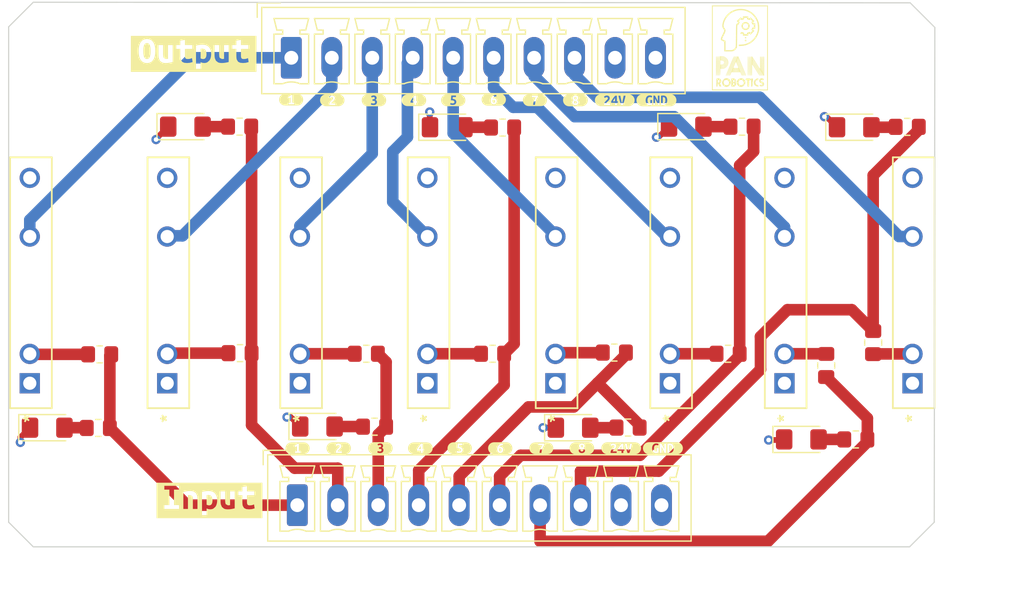
<source format=kicad_pcb>
(kicad_pcb (version 20240108) (generator "pcbnew") (generator_version "8.0")
  (title_block (title "8 Way Relay Board") (date "2024-07-23") (rev "V1") (company "Pan Robotics"))
  (layers (0 "F.Cu" signal) (1 "In1.Cu" power "GND.Cu") (2 "In2.Cu" power "24V.Cu") (31 "B.Cu" signal) (34 "B.Paste" user) (35 "F.Paste" user) (36 "B.SilkS" user "B.Silkscreen") (37 "F.SilkS" user "F.Silkscreen") (38 "B.Mask" user) (39 "F.Mask" user) (44 "Edge.Cuts" user))
  (net 0 "")
  (net 1 "+24V")
  (net 2 "GND")
  (net 3 "Net-(K1-Pad2)")
  (net 4 "Net-(K2-Pad2)")
  (net 5 "Net-(K3-Pad2)")
  (net 6 "Net-(K4-Pad2)")
  (net 7 "Net-(K5-Pad2)")
  (net 8 "Net-(K6-Pad2)")
  (net 9 "Net-(K7-Pad2)")
  (net 10 "Net-(D1-A)")
  (net 11 "Net-(D2-A)")
  (net 12 "Net-(D3-A)")
  (net 13 "Net-(D4-A)")
  (net 14 "Net-(D5-A)")
  (net 15 "Net-(D6-A)")
  (net 16 "Net-(D7-A)")
  (net 17 "Net-(D8-A)")
  (net 18 "In1")
  (net 19 "In2")
  (net 20 "In3")
  (net 21 "In4")
  (net 22 "In5")
  (net 23 "In6")
  (net 24 "In7")
  (net 25 "In8")
  (net 26 "Out1")
  (net 27 "Out2")
  (net 28 "Out3")
  (net 29 "Out4")
  (net 30 "Out5")
  (net 31 "Out6")
  (net 32 "Out7")
  (net 33 "Out8")
  (net 34 "Net-(K8-Pad2)")
  (footprint "kibuzzard-66A00A30" (layer "F.Cu") (at 109.982 86.4616)
    (property "Reference" "kibuzzard-66A00A30" (hide yes))
    (property "Value" "G***" (hide yes))
  )
  (footprint "kibuzzard-66A00A0B" (layer "F.Cu") (at 92.456 86.4616)
    (property "Reference" "kibuzzard-66A00A0B" (hide yes))
    (property "Value" "G***" (hide yes))
  )
  (footprint "kibuzzard-66A00A29" (layer "F.Cu") (at 105.8672 56.2864)
    (property "Reference" "kibuzzard-66A00A29" (hide yes))
    (property "Value" "G***" (hide yes))
  )
  (footprint "kibuzzard-66A00A22" (layer "F.Cu") (at 102.9208 86.4616)
    (property "Reference" "kibuzzard-66A00A22" (hide yes))
    (property "Value" "G***" (hide yes))
  )
  (footprint "kibuzzard-66A00A45" (layer "F.Cu") (at 112.9284 56.3372)
    (property "Reference" "kibuzzard-66A00A45" (hide yes))
    (property "Value" "G***" (hide yes))
  )
  (footprint "Resistor_SMD:R_0805_2012Metric_Pad1.20x1.40mm_HandSolder" (layer "F.Cu") (at 138.684 77.3176 -90)
    (property "Reference" "R8" (hide yes))
    (property "Value" "1K" (hide yes))
    (pad "1" smd roundrect (at -1 0 270) (size 1.2 1.4) (layers "F.Cu" "F.Paste" "F.Mask") (roundrect_rratio 0.208333) (net 25 "In8"))
    (pad "2" smd roundrect (at 1 0 270) (size 1.2 1.4) (layers "F.Cu" "F.Paste" "F.Mask") (roundrect_rratio 0.208333) (net 34 "Net-(K8-Pad2)"))
  )
  (footprint "Pan Logos:Pan-Robotics2-Logo3" (layer "F.Cu") (at 127.1524 51.816)
    (property "Reference" "G***" (hide yes))
    (property "Value" "LOGO" (hide yes))
  )
  (footprint "Resistor_SMD:R_0805_2012Metric_Pad1.20x1.40mm_HandSolder" (layer "F.Cu") (at 83.8868 58.6232 180)
    (property "Reference" "R10" (hide yes))
    (property "Value" "1K" (hide yes))
    (pad "1" smd roundrect (at -1 0 180) (size 1.2 1.4) (layers "F.Cu" "F.Paste" "F.Mask") (roundrect_rratio 0.208333) (net 19 "In2"))
    (pad "2" smd roundrect (at 1 0 180) (size 1.2 1.4) (layers "F.Cu" "F.Paste" "F.Mask") (roundrect_rratio 0.208333) (net 11 "Net-(D2-A)"))
  )
  (footprint "Connector_Phoenix_MC:PhoenixContact_MCV_1,5_10-G-3.5_1x10_P3.50mm_Vertical" (layer "F.Cu") (at 88.3567 52.6617)
    (property "Reference" "J2" (hide yes))
    (property "Value" "Output" (hide yes))
    (pad "1" thru_hole roundrect (at 0 0) (size 1.8 3.6) (drill 1.2) (layers "*.Cu" "*.Mask") (roundrect_rratio 0.138889) (net 26 "Out1"))
    (pad "2" thru_hole oval (at 3.5 0) (size 1.8 3.6) (drill 1.2) (layers "*.Cu" "*.Mask") (net 27 "Out2"))
    (pad "3" thru_hole oval (at 7 0) (size 1.8 3.6) (drill 1.2) (layers "*.Cu" "*.Mask") (net 28 "Out3"))
    (pad "4" thru_hole oval (at 10.5 0) (size 1.8 3.6) (drill 1.2) (layers "*.Cu" "*.Mask") (net 29 "Out4"))
    (pad "5" thru_hole oval (at 14 0) (size 1.8 3.6) (drill 1.2) (layers "*.Cu" "*.Mask") (net 30 "Out5"))
    (pad "6" thru_hole oval (at 17.5 0) (size 1.8 3.6) (drill 1.2) (layers "*.Cu" "*.Mask") (net 31 "Out6"))
    (pad "7" thru_hole oval (at 21 0) (size 1.8 3.6) (drill 1.2) (layers "*.Cu" "*.Mask") (net 32 "Out7"))
    (pad "8" thru_hole oval (at 24.5 0) (size 1.8 3.6) (drill 1.2) (layers "*.Cu" "*.Mask") (net 33 "Out8"))
    (pad "9" thru_hole oval (at 28 0) (size 1.8 3.6) (drill 1.2) (layers "*.Cu" "*.Mask") (net 1 "+24V"))
    (pad "10" thru_hole oval (at 31.5 0) (size 1.8 3.6) (drill 1.2) (layers "*.Cu" "*.Mask") (net 2 "GND"))
  )
  (footprint "kibuzzard-66A00A29" (layer "F.Cu") (at 106.426 86.4616)
    (property "Reference" "kibuzzard-66A00A29" (hide yes))
    (property "Value" "G***" (hide yes))
  )
  (footprint "kibuzzard-66A009AB" (layer "F.Cu") (at 88.9 86.4616)
    (property "Reference" "kibuzzard-66A009AB" (hide yes))
    (property "Value" "G***" (hide yes))
  )
  (footprint "LED_SMD:LED_1206_3216Metric_Pad1.42x1.75mm_HandSolder" (layer "F.Cu") (at 137.0441 58.674)
    (property "Reference" "D8" (hide yes))
    (property "Value" "LED" (hide yes))
    (pad "1" smd roundrect (at -1.4875 0) (size 1.425 1.75) (layers "F.Cu" "F.Paste" "F.Mask") (roundrect_rratio 0.175439) (net 2 "GND"))
    (pad "2" smd roundrect (at 1.4875 0) (size 1.425 1.75) (layers "F.Cu" "F.Paste" "F.Mask") (roundrect_rratio 0.175439) (net 17 "Net-(D8-A)"))
  )
  (footprint "MountingHole:MountingHole_3.2mm_M3" (layer "F.Cu") (at 140.5636 51.3588)
    (property "Reference" "H2" (hide yes))
    (property "Value" "MountingHole" (hide yes))
    (pad "" np_thru_hole circle (at 0 0) (size 3.2 3.2) (drill 3.2) (layers "*.Cu" "*.Mask"))
  )
  (footprint "Resistor_SMD:R_0805_2012Metric_Pad1.20x1.40mm_HandSolder" (layer "F.Cu") (at 105.7656 78.2828 180)
    (property "Reference" "R4" (hide yes))
    (property "Value" "1K" (hide yes))
    (pad "1" smd roundrect (at -1 0 180) (size 1.2 1.4) (layers "F.Cu" "F.Paste" "F.Mask") (roundrect_rratio 0.2083333333) (net 21 "In4"))
    (pad "2" smd roundrect (at 1 0 180) (size 1.2 1.4) (layers "F.Cu" "F.Paste" "F.Mask") (roundrect_rratio 0.2083333333) (net 6 "Net-(K4-Pad2)"))
  )
  (footprint "LED_SMD:LED_1206_3216Metric_Pad1.42x1.75mm_HandSolder" (layer "F.Cu") (at 79.1972 58.6232)
    (property "Reference" "D2" (hide yes))
    (property "Value" "LED" (hide yes))
    (pad "1" smd roundrect (at -1.4875 0) (size 1.425 1.75) (layers "F.Cu" "F.Paste" "F.Mask") (roundrect_rratio 0.175439) (net 2 "GND"))
    (pad "2" smd roundrect (at 1.4875 0) (size 1.425 1.75) (layers "F.Cu" "F.Paste" "F.Mask") (roundrect_rratio 0.175439) (net 11 "Net-(D2-A)"))
  )
  (footprint "LED_SMD:LED_1206_3216Metric_Pad1.42x1.75mm_HandSolder" (layer "F.Cu") (at 132.4721 85.6996)
    (property "Reference" "D7" (hide yes))
    (property "Value" "LED" (hide yes))
    (pad "1" smd roundrect (at -1.4875 0) (size 1.425 1.75) (layers "F.Cu" "F.Paste" "F.Mask") (roundrect_rratio 0.175439) (net 2 "GND"))
    (pad "2" smd roundrect (at 1.4875 0) (size 1.425 1.75) (layers "F.Cu" "F.Paste" "F.Mask") (roundrect_rratio 0.175439) (net 16 "Net-(D7-A)"))
  )
  (footprint "kibuzzard-66A00A61" (layer "F.Cu") (at 120.4976 86.4616)
    (property "Reference" "kibuzzard-66A00A61" (hide yes))
    (property "Value" "G***" (hide yes))
  )
  (footprint "Resistor_SMD:R_0805_2012Metric_Pad1.20x1.40mm_HandSolder" (layer "F.Cu") (at 94.8436 78.2828 180)
    (property "Reference" "R3" (hide yes))
    (property "Value" "1K" (hide yes))
    (pad "1" smd roundrect (at -1 0 180) (size 1.2 1.4) (layers "F.Cu" "F.Paste" "F.Mask") (roundrect_rratio 0.2083333333) (net 20 "In3"))
    (pad "2" smd roundrect (at 1 0 180) (size 1.2 1.4) (layers "F.Cu" "F.Paste" "F.Mask") (roundrect_rratio 0.2083333333) (net 5 "Net-(K3-Pad2)"))
  )
  (footprint "Resistor_SMD:R_0805_2012Metric_Pad1.20x1.40mm_HandSolder" (layer "F.Cu") (at 95.5565 84.5956 180)
    (property "Reference" "R11" (hide yes))
    (property "Value" "1K" (hide yes))
    (pad "1" smd roundrect (at -1 0 180) (size 1.2 1.4) (layers "F.Cu" "F.Paste" "F.Mask") (roundrect_rratio 0.208333) (net 20 "In3"))
    (pad "2" smd roundrect (at 1 0 180) (size 1.2 1.4) (layers "F.Cu" "F.Paste" "F.Mask") (roundrect_rratio 0.208333) (net 12 "Net-(D3-A)"))
  )
  (footprint "MountingHole:MountingHole_3.2mm_M3" (layer "F.Cu") (at 140.5128 91.4908)
    (property "Reference" "H4" (hide yes))
    (property "Value" "MountingHole" (hide yes))
    (pad "" np_thru_hole circle (at 0 0) (size 3.2 3.2) (drill 3.2) (layers "*.Cu" "*.Mask"))
  )
  (footprint "CPC1706Y:CPC1706Y_IXY" (layer "F.Cu") (at 131.0132 80.8355 90)
    (property "Reference" "K7" (hide yes))
    (property "Value" "CPC1706Y" (hide yes))
    (fp_text user "*" (at -3.048 0 90) (layer "F.SilkS"))
    (fp_text user "*" (at -3.048 0 90) (layer "F.SilkS"))
    (pad "1" thru_hole rect (at 0 0 90) (size 1.7526 1.7526) (drill 1.143) (layers "*.Cu" "*.Mask") (net 2 "GND"))
    (pad "2" thru_hole circle (at 2.54 0 90) (size 1.7526 1.7526) (drill 1.143) (layers "*.Cu" "*.Mask") (net 9 "Net-(K7-Pad2)"))
    (pad "3" thru_hole circle (at 12.7 0 90) (size 1.7526 1.7526) (drill 1.143) (layers "*.Cu" "*.Mask") (net 32 "Out7"))
    (pad "4" thru_hole circle (at 17.78 0 90) (size 1.7526 1.7526) (drill 1.143) (layers "*.Cu" "*.Mask") (net 1 "+24V"))
  )
  (footprint "kibuzzard-66A00A6B" (layer "F.Cu") (at 116.8908 86.4616)
    (property "Reference" "kibuzzard-66A00A6B" (hide yes))
    (property "Value" "G***" (hide yes))
  )
  (footprint "Resistor_SMD:R_0805_2012Metric_Pad1.20x1.40mm_HandSolder" (layer "F.Cu") (at 71.6628 84.7072 180)
    (property "Reference" "R9" (hide yes))
    (property "Value" "1K" (hide yes))
    (pad "1" smd roundrect (at -1 0 180) (size 1.2 1.4) (layers "F.Cu" "F.Paste" "F.Mask") (roundrect_rratio 0.208333) (net 18 "In1"))
    (pad "2" smd roundrect (at 1 0 180) (size 1.2 1.4) (layers "F.Cu" "F.Paste" "F.Mask") (roundrect_rratio 0.208333) (net 10 "Net-(D1-A)"))
  )
  (footprint "kibuzzard-66A00A45" (layer "F.Cu") (at 113.4872 86.4616)
    (property "Reference" "kibuzzard-66A00A45" (hide yes))
    (property "Value" "G***" (hide yes))
  )
  (footprint "Resistor_SMD:R_0805_2012Metric_Pad1.20x1.40mm_HandSolder" (layer "F.Cu") (at 117.4844 84.6736 180)
    (property "Reference" "R13" (hide yes))
    (property "Value" "1K" (hide yes))
    (pad "1" smd roundrect (at -1 0 180) (size 1.2 1.4) (layers "F.Cu" "F.Paste" "F.Mask") (roundrect_rratio 0.208333) (net 22 "In5"))
    (pad "2" smd roundrect (at 1 0 180) (size 1.2 1.4) (layers "F.Cu" "F.Paste" "F.Mask") (roundrect_rratio 0.208333) (net 14 "Net-(D5-A)"))
  )
  (footprint "Resistor_SMD:R_0805_2012Metric_Pad1.20x1.40mm_HandSolder" (layer "F.Cu") (at 116.2972 78.1812 180)
    (property "Reference" "R5" (hide yes))
    (property "Value" "1K" (hide yes))
    (pad "1" smd roundrect (at -1 0 180) (size 1.2 1.4) (layers "F.Cu" "F.Paste" "F.Mask") (roundrect_rratio 0.2083333333) (net 22 "In5"))
    (pad "2" smd roundrect (at 1 0 180) (size 1.2 1.4) (layers "F.Cu" "F.Paste" "F.Mask") (roundrect_rratio 0.2083333333) (net 7 "Net-(K5-Pad2)"))
  )
  (footprint "kibuzzard-66A00A30" (layer "F.Cu") (at 109.4232 56.3372)
    (property "Reference" "kibuzzard-66A00A30" (hide yes))
    (property "Value" "G***" (hide yes))
  )
  (footprint "kibuzzard-66A00A0B" (layer "F.Cu") (at 91.8972 56.3372)
    (property "Reference" "kibuzzard-66A00A0B" (hide yes))
    (property "Value" "G***" (hide yes))
  )
  (footprint "kibuzzard-66A00A61" (layer "F.Cu") (at 119.9388 56.3372)
    (property "Reference" "kibuzzard-66A00A61" (hide yes))
    (property "Value" "G***" (hide yes))
  )
  (footprint "kibuzzard-66A00A1A" (layer "F.Cu") (at 99.5172 86.4616)
    (property "Reference" "kibuzzard-66A00A1A" (hide yes))
    (property "Value" "G***" (hide yes))
  )
  (footprint "LED_SMD:LED_1206_3216Metric_Pad1.42x1.75mm_HandSolder" (layer "F.Cu") (at 122.5153 58.6232)
    (property "Reference" "D6" (hide yes))
    (property "Value" "LED" (hide yes))
    (pad "1" smd roundrect (at -1.4875 0) (size 1.425 1.75) (layers "F.Cu" "F.Paste" "F.Mask") (roundrect_rratio 0.175439) (net 2 "GND"))
    (pad "2" smd roundrect (at 1.4875 0) (size 1.425 1.75) (layers "F.Cu" "F.Paste" "F.Mask") (roundrect_rratio 0.175439) (net 15 "Net-(D6-A)"))
  )
  (footprint "LED_SMD:LED_1206_3216Metric_Pad1.42x1.75mm_HandSolder" (layer "F.Cu") (at 112.7252 84.6836)
    (property "Reference" "D5" (hide yes))
    (property "Value" "LED" (hide yes))
    (pad "1" smd roundrect (at -1.4875 0) (size 1.425 1.75) (layers "F.Cu" "F.Paste" "F.Mask") (roundrect_rratio 0.175439) (net 2 "GND"))
    (pad "2" smd roundrect (at 1.4875 0) (size 1.425 1.75) (layers "F.Cu" "F.Paste" "F.Mask") (roundrect_rratio 0.175439) (net 14 "Net-(D5-A)"))
  )
  (footprint "Resistor_SMD:R_0805_2012Metric_Pad1.20x1.40mm_HandSolder" (layer "F.Cu") (at 127.3413 58.6268 180)
    (property "Reference" "R14" (hide yes))
    (property "Value" "1K" (hide yes))
    (pad "1" smd roundrect (at -1 0 180) (size 1.2 1.4) (layers "F.Cu" "F.Paste" "F.Mask") (roundrect_rratio 0.208333) (net 23 "In6"))
    (pad "2" smd roundrect (at 1 0 180) (size 1.2 1.4) (layers "F.Cu" "F.Paste" "F.Mask") (roundrect_rratio 0.208333) (net 15 "Net-(D6-A)"))
  )
  (footprint "CPC1706Y:CPC1706Y_IXY" (layer "F.Cu") (at 142.0876 80.8355 90)
    (property "Reference" "K8" (hide yes))
    (property "Value" "CPC1706Y" (hide yes))
    (fp_text user "*" (at -3.048 0 90) (layer "F.SilkS"))
    (fp_text user "*" (at -3.048 0 90) (layer "F.SilkS"))
    (pad "1" thru_hole rect (at 0 0 90) (size 1.7526 1.7526) (drill 1.143) (layers "*.Cu" "*.Mask") (net 2 "GND"))
    (pad "2" thru_hole circle (at 2.54 0 90) (size 1.7526 1.7526) (drill 1.143) (layers "*.Cu" "*.Mask") (net 34 "Net-(K8-Pad2)"))
    (pad "3" thru_hole circle (at 12.7 0 90) (size 1.7526 1.7526) (drill 1.143) (layers "*.Cu" "*.Mask") (net 33 "Out8"))
    (pad "4" thru_hole circle (at 17.78 0 90) (size 1.7526 1.7526) (drill 1.143) (layers "*.Cu" "*.Mask") (net 1 "+24V"))
  )
  (footprint "CPC1706Y:CPC1706Y_IXY" (layer "F.Cu") (at 77.6224 80.8355 90)
    (property "Reference" "K2" (hide yes))
    (property "Value" "CPC1706Y" (hide yes))
    (fp_text user "*" (at -3.048 0 90) (layer "F.SilkS"))
    (fp_text user "*" (at -3.048 0 90) (layer "F.SilkS"))
    (pad "1" thru_hole rect (at 0 0 90) (size 1.7526 1.7526) (drill 1.143) (layers "*.Cu" "*.Mask") (net 2 "GND"))
    (pad "2" thru_hole circle (at 2.54 0 90) (size 1.7526 1.7526) (drill 1.143) (layers "*.Cu" "*.Mask") (net 4 "Net-(K2-Pad2)"))
    (pad "3" thru_hole circle (at 12.7 0 90) (size 1.7526 1.7526) (drill 1.143) (layers "*.Cu" "*.Mask") (net 27 "Out2"))
    (pad "4" thru_hole circle (at 17.78 0 90) (size 1.7526 1.7526) (drill 1.143) (layers "*.Cu" "*.Mask") (net 1 "+24V"))
  )
  (footprint "kibuzzard-66A00A14" (layer "F.Cu") (at 95.504 56.3372)
    (property "Reference" "kibuzzard-66A00A14" (hide yes))
    (property "Value" "G***" (hide yes))
  )
  (footprint "LED_SMD:LED_1206_3216Metric_Pad1.42x1.75mm_HandSolder" (layer "F.Cu") (at 90.6129 84.582)
    (property "Reference" "D3" (hide yes))
    (property "Value" "LED" (hide yes))
    (pad "1" smd roundrect (at -1.4875 0) (size 1.425 1.75) (layers "F.Cu" "F.Paste" "F.Mask") (roundrect_rratio 0.175439) (net 2 "GND"))
    (pad "2" smd roundrect (at 1.4875 0) (size 1.425 1.75) (layers "F.Cu" "F.Paste" "F.Mask") (roundrect_rratio 0.175439) (net 12 "Net-(D3-A)"))
  )
  (footprint "Resistor_SMD:R_0805_2012Metric_Pad1.20x1.40mm_HandSolder" (layer "F.Cu") (at 126.1364 78.2828 180)
    (property "Reference" "R6" (hide yes))
    (property "Value" "1K" (hide yes))
    (pad "1" smd roundrect (at -1 0 180) (size 1.2 1.4) (layers "F.Cu" "F.Paste" "F.Mask") (roundrect_rratio 0.2083333333) (net 23 "In6"))
    (pad "2" smd roundrect (at 1 0 180) (size 1.2 1.4) (layers "F.Cu" "F.Paste" "F.Mask") (roundrect_rratio 0.2083333333) (net 8 "Net-(K6-Pad2)"))
  )
  (footprint "Resistor_SMD:R_0805_2012Metric_Pad1.20x1.40mm_HandSolder" (layer "F.Cu") (at 141.6304 58.6404 180)
    (property "Reference" "R16" (hide yes))
    (property "Value" "1K" (hide yes))
    (pad "1" smd roundrect (at -1 0 180) (size 1.2 1.4) (layers "F.Cu" "F.Paste" "F.Mask") (roundrect_rratio 0.208333) (net 25 "In8"))
    (pad "2" smd roundrect (at 1 0 180) (size 1.2 1.4) (layers "F.Cu" "F.Paste" "F.Mask") (roundrect_rratio 0.208333) (net 17 "Net-(D8-A)"))
  )
  (footprint "CPC1706Y:CPC1706Y_IXY" (layer "F.Cu") (at 121.1072 80.8355 90)
    (property "Reference" "K6" (hide yes))
    (property "Value" "CPC1706Y" (hide yes))
    (fp_text user "*" (at -3.048 0 90) (layer "F.SilkS"))
    (fp_text user "*" (at -3.048 0 90) (layer "F.SilkS"))
    (pad "1" thru_hole rect (at 0 0 90) (size 1.7526 1.7526) (drill 1.143) (layers "*.Cu" "*.Mask") (net 2 "GND"))
    (pad "2" thru_hole circle (at 2.54 0 90) (size 1.7526 1.7526) (drill 1.143) (layers "*.Cu" "*.Mask") (net 8 "Net-(K6-Pad2)"))
    (pad "3" thru_hole circle (at 12.7 0 90) (size 1.7526 1.7526) (drill 1.143) (layers "*.Cu" "*.Mask") (net 31 "Out6"))
    (pad "4" thru_hole circle (at 17.78 0 90) (size 1.7526 1.7526) (drill 1.143) (layers "*.Cu" "*.Mask") (net 1 "+24V"))
  )
  (footprint "kibuzzard-66A00AFA" (layer "F.Cu") (at 79.9084 52.324)
    (property "Reference" "kibuzzard-66A00AFA" (hide yes))
    (property "Value" "G***" (hide yes))
  )
  (footprint "Connector_Phoenix_MC:PhoenixContact_MCV_1,5_10-G-3.5_1x10_P3.50mm_Vertical" (layer "F.Cu") (at 88.8752 91.3892)
    (property "Reference" "J1" (hide yes))
    (property "Value" "Input" (hide yes))
    (pad "1" thru_hole roundrect (at 0 0) (size 1.8 3.6) (drill 1.2) (layers "*.Cu" "*.Mask") (roundrect_rratio 0.138889) (net 18 "In1"))
    (pad "2" thru_hole oval (at 3.5 0) (size 1.8 3.6) (drill 1.2) (layers "*.Cu" "*.Mask") (net 19 "In2"))
    (pad "3" thru_hole oval (at 7 0) (size 1.8 3.6) (drill 1.2) (layers "*.Cu" "*.Mask") (net 20 "In3"))
    (pad "4" thru_hole oval (at 10.5 0) (size 1.8 3.6) (drill 1.2) (layers "*.Cu" "*.Mask") (net 21 "In4"))
    (pad "5" thru_hole oval (at 14 0) (size 1.8 3.6) (drill 1.2) (layers "*.Cu" "*.Mask") (net 22 "In5"))
    (pad "6" thru_hole oval (at 17.5 0) (size 1.8 3.6) (drill 1.2) (layers "*.Cu" "*.Mask") (net 23 "In6"))
    (pad "7" thru_hole oval (at 21 0) (size 1.8 3.6) (drill 1.2) (layers "*.Cu" "*.Mask") (net 24 "In7"))
    (pad "8" thru_hole oval (at 24.5 0) (size 1.8 3.6) (drill 1.2) (layers "*.Cu" "*.Mask") (net 25 "In8"))
    (pad "9" thru_hole oval (at 28 0) (size 1.8 3.6) (drill 1.2) (layers "*.Cu" "*.Mask") (net 1 "+24V"))
    (pad "10" thru_hole oval (at 31.5 0) (size 1.8 3.6) (drill 1.2) (layers "*.Cu" "*.Mask") (net 2 "GND"))
  )
  (footprint "CPC1706Y:CPC1706Y_IXY" (layer "F.Cu") (at 65.7352 80.8355 90)
    (property "Reference" "K1" (hide yes))
    (property "Value" "CPC1706Y" (hide yes))
    (fp_text user "*" (at -3.048 0 90) (layer "F.SilkS"))
    (fp_text user "*" (at -3.048 0 90) (layer "F.SilkS"))
    (pad "1" thru_hole rect (at 0 0 90) (size 1.7526 1.7526) (drill 1.143) (layers "*.Cu" "*.Mask") (net 2 "GND"))
    (pad "2" thru_hole circle (at 2.54 0 90) (size 1.7526 1.7526) (drill 1.143) (layers "*.Cu" "*.Mask") (net 3 "Net-(K1-Pad2)"))
    (pad "3" thru_hole circle (at 12.7 0 90) (size 1.7526 1.7526) (drill 1.143) (layers "*.Cu" "*.Mask") (net 26 "Out1"))
    (pad "4" thru_hole circle (at 17.78 0 90) (size 1.7526 1.7526) (drill 1.143) (layers "*.Cu" "*.Mask") (net 1 "+24V"))
  )
  (footprint "Resistor_SMD:R_0805_2012Metric_Pad1.20x1.40mm_HandSolder" (layer "F.Cu") (at 71.7804 78.3336 180)
    (property "Reference" "R1" (hide yes))
    (property "Value" "1K" (hide yes))
    (pad "1" smd roundrect (at -1 0 180) (size 1.2 1.4) (layers "F.Cu" "F.Paste" "F.Mask") (roundrect_rratio 0.2083333333) (net 18 "In1"))
    (pad "2" smd roundrect (at 1 0 180) (size 1.2 1.4) (layers "F.Cu" "F.Paste" "F.Mask") (roundrect_rratio 0.2083333333) (net 3 "Net-(K1-Pad2)"))
  )
  (footprint "kibuzzard-66A00A1A" (layer "F.Cu") (at 98.9584 56.3372)
    (property "Reference" "kibuzzard-66A00A1A" (hide yes))
    (property "Value" "G***" (hide yes))
  )
  (footprint "LED_SMD:LED_1206_3216Metric_Pad1.42x1.75mm_HandSolder" (layer "F.Cu") (at 101.8397 58.674)
    (property "Reference" "D4" (hide yes))
    (property "Value" "LED" (hide yes))
    (pad "1" smd roundrect (at -1.4875 0) (size 1.425 1.75) (layers "F.Cu" "F.Paste" "F.Mask") (roundrect_rratio 0.175439) (net 2 "GND"))
    (pad "2" smd roundrect (at 1.4875 0) (size 1.425 1.75) (layers "F.Cu" "F.Paste" "F.Mask") (roundrect_rratio 0.175439) (net 13 "Net-(D4-A)"))
  )
  (footprint "CPC1706Y:CPC1706Y_IXY" (layer "F.Cu") (at 89.1032 80.8355 90)
    (property "Reference" "K3" (hide yes))
    (property "Value" "CPC1706Y" (hide yes))
    (fp_text user "*" (at -3.048 0 90) (layer "F.SilkS"))
    (fp_text user "*" (at -3.048 0 90) (layer "F.SilkS"))
    (pad "1" thru_hole rect (at 0 0 90) (size 1.7526 1.7526) (drill 1.143) (layers "*.Cu" "*.Mask") (net 2 "GND"))
    (pad "2" thru_hole circle (at 2.54 0 90) (size 1.7526 1.7526) (drill 1.143) (layers "*.Cu" "*.Mask") (net 5 "Net-(K3-Pad2)"))
    (pad "3" thru_hole circle (at 12.7 0 90) (size 1.7526 1.7526) (drill 1.143) (layers "*.Cu" "*.Mask") (net 28 "Out3"))
    (pad "4" thru_hole circle (at 17.78 0 90) (size 1.7526 1.7526) (drill 1.143) (layers "*.Cu" "*.Mask") (net 1 "+24V"))
  )
  (footprint "kibuzzard-66A00A22" (layer "F.Cu") (at 102.362 56.3372)
    (property "Reference" "kibuzzard-66A00A22" (hide yes))
    (property "Value" "G***" (hide yes))
  )
  (footprint "MountingHole:MountingHole_3.2mm_M3" (layer "F.Cu") (at 67.4116 51.3588)
    (property "Reference" "H1" (hide yes))
    (property "Value" "MountingHole" (hide yes))
    (pad "" np_thru_hole circle (at 0 0) (size 3.2 3.2) (drill 3.2) (layers "*.Cu" "*.Mask"))
  )
  (footprint "MountingHole:MountingHole_3.2mm_M3" (layer "F.Cu") (at 67.3608 91.4908)
    (property "Reference" "H3" (hide yes))
    (property "Value" "MountingHole" (hide yes))
    (pad "" np_thru_hole circle (at 0 0) (size 3.2 3.2) (drill 3.2) (layers "*.Cu" "*.Mask"))
  )
  (footprint "kibuzzard-66A00B14" (layer "F.Cu") (at 81.28 90.9828)
    (property "Reference" "kibuzzard-66A00B14" (hide yes))
    (property "Value" "G***" (hide yes))
  )
  (footprint "CPC1706Y:CPC1706Y_IXY" (layer "F.Cu") (at 100.1268 80.8355 90)
    (property "Reference" "K4" (hide yes))
    (property "Value" "CPC1706Y" (hide yes))
    (fp_text user "*" (at -3.048 0 90) (layer "F.SilkS"))
    (fp_text user "*" (at -3.048 0 90) (layer "F.SilkS"))
    (pad "1" thru_hole rect (at 0 0 90) (size 1.7526 1.7526) (drill 1.143) (layers "*.Cu" "*.Mask") (net 2 "GND"))
    (pad "2" thru_hole circle (at 2.54 0 90) (size 1.7526 1.7526) (drill 1.143) (layers "*.Cu" "*.Mask") (net 6 "Net-(K4-Pad2)"))
    (pad "3" thru_hole circle (at 12.7 0 90) (size 1.7526 1.7526) (drill 1.143) (layers "*.Cu" "*.Mask") (net 29 "Out4"))
    (pad "4" thru_hole circle (at 17.78 0 90) (size 1.7526 1.7526) (drill 1.143) (layers "*.Cu" "*.Mask") (net 1 "+24V"))
  )
  (footprint "kibuzzard-66A009AB" (layer "F.Cu") (at 88.3412 56.2864)
    (property "Reference" "kibuzzard-66A009AB" (hide yes))
    (property "Value" "G***" (hide yes))
  )
  (footprint "Resistor_SMD:R_0805_2012Metric_Pad1.20x1.40mm_HandSolder" (layer "F.Cu") (at 106.6309 58.7012 180)
    (property "Reference" "R12" (hide yes))
    (property "Value" "1K" (hide yes))
    (pad "1" smd roundrect (at -1 0 180) (size 1.2 1.4) (layers "F.Cu" "F.Paste" "F.Mask") (roundrect_rratio 0.208333) (net 21 "In4"))
    (pad "2" smd roundrect (at 1 0 180) (size 1.2 1.4) (layers "F.Cu" "F.Paste" "F.Mask") (roundrect_rratio 0.208333) (net 13 "Net-(D4-A)"))
  )
  (footprint "CPC1706Y:CPC1706Y_IXY" (layer "F.Cu") (at 111.2012 80.8355 90)
    (property "Reference" "K5" (hide yes))
    (property "Value" "CPC1706Y" (hide yes))
    (fp_text user "*" (at -3.048 0 90) (layer "F.SilkS"))
    (fp_text user "*" (at -3.048 0 90) (layer "F.SilkS"))
    (pad "1" thru_hole rect (at 0 0 90) (size 1.7526 1.7526) (drill 1.143) (layers "*.Cu" "*.Mask") (net 2 "GND"))
    (pad "2" thru_hole circle (at 2.54 0 90) (size 1.7526 1.7526) (drill 1.143) (layers "*.Cu" "*.Mask") (net 7 "Net-(K5-Pad2)"))
    (pad "3" thru_hole circle (at 12.7 0 90) (size 1.7526 1.7526) (drill 1.143) (layers "*.Cu" "*.Mask") (net 30 "Out5"))
    (pad "4" thru_hole circle (at 17.78 0 90) (size 1.7526 1.7526) (drill 1.143) (layers "*.Cu" "*.Mask") (net 1 "+24V"))
  )
  (footprint "Resistor_SMD:R_0805_2012Metric_Pad1.20x1.40mm_HandSolder" (layer "F.Cu") (at 134.62 79.2988 90)
    (property "Reference" "R7" (hide yes))
    (property "Value" "1K" (hide yes))
    (pad "1" smd roundrect (at -1 0 90) (size 1.2 1.4) (layers "F.Cu" "F.Paste" "F.Mask") (roundrect_rratio 0.2083333333) (net 24 "In7"))
    (pad "2" smd roundrect (at 1 0 90) (size 1.2 1.4) (layers "F.Cu" "F.Paste" "F.Mask") (roundrect_rratio 0.2083333333) (net 9 "Net-(K7-Pad2)"))
  )
  (footprint "kibuzzard-66A00A14" (layer "F.Cu") (at 96.0628 86.4616)
    (property "Reference" "kibuzzard-66A00A14" (hide yes))
    (property "Value" "G***" (hide yes))
  )
  (footprint "Resistor_SMD:R_0805_2012Metric_Pad1.20x1.40mm_HandSolder" (layer "F.Cu") (at 83.9216 78.232 180)
    (property "Reference" "R2" (hide yes))
    (property "Value" "1K" (hide yes))
    (pad "1" smd roundrect (at -1 0 180) (size 1.2 1.4) (layers "F.Cu" "F.Paste" "F.Mask") (roundrect_rratio 0.2083333333) (net 19 "In2"))
    (pad "2" smd roundrect (at 1 0 180) (size 1.2 1.4) (layers "F.Cu" "F.Paste" "F.Mask") (roundrect_rratio 0.2083333333) (net 4 "Net-(K2-Pad2)"))
  )
  (footprint "LED_SMD:LED_1206_3216Metric_Pad1.42x1.75mm_HandSolder" (layer "F.Cu") (at 67.2449 84.6836)
    (property "Reference" "D1" (hide yes))
    (property "Value" "LED" (hide yes))
    (pad "1" smd roundrect (at -1.4875 0) (size 1.425 1.75) (layers "F.Cu" "F.Paste" "F.Mask") (roundrect_rratio 0.175439) (net 2 "GND"))
    (pad "2" smd roundrect (at 1.4875 0) (size 1.425 1.75) (layers "F.Cu" "F.Paste" "F.Mask") (roundrect_rratio 0.175439) (net 10 "Net-(D1-A)"))
  )
  (footprint "kibuzzard-66A00A6B" (layer "F.Cu") (at 116.332 56.3372)
    (property "Reference" "kibuzzard-66A00A6B" (hide yes))
    (property "Value" "G***" (hide yes))
  )
  (footprint "Resistor_SMD:R_0805_2012Metric_Pad1.20x1.40mm_HandSolder" (layer "F.Cu") (at 137.1822 85.6996 180)
    (property "Reference" "R15" (hide yes))
    (property "Value" "1K" (hide yes))
    (pad "1" smd roundrect (at -1 0 180) (size 1.2 1.4) (layers "F.Cu" "F.Paste" "F.Mask") (roundrect_rratio 0.208333) (net 24 "In7"))
    (pad "2" smd roundrect (at 1 0 180) (size 1.2 1.4) (layers "F.Cu" "F.Paste" "F.Mask") (roundrect_rratio 0.208333) (net 16 "Net-(D7-A)"))
  )
  (gr_line (start 141.8336 94.996) (end 66.04 94.996) (stroke (width 0.1)) (layer "Edge.Cuts"))
  (gr_line (start 63.9064 92.8624) (end 66.04 94.996) (stroke (width 0.1)) (layer "Edge.Cuts"))
  (gr_line (start 66.04 47.8536) (end 141.8844 47.9044) (stroke (width 0.1)) (layer "Edge.Cuts"))
  (gr_line (start 63.9064 92.8624) (end 63.9064 49.9872) (stroke (width 0.1)) (layer "Edge.Cuts"))
  (gr_line (start 63.9064 49.9872) (end 66.04 47.8536) (stroke (width 0.1)) (layer "Edge.Cuts"))
  (gr_line (start 144.018 50.038) (end 143.9672 92.8624) (stroke (width 0.1)) (layer "Edge.Cuts"))
  (gr_line (start 141.8844 47.9044) (end 144.018 50.038) (stroke (width 0.1)) (layer "Edge.Cuts"))
  (gr_line (start 141.8336 94.996) (end 143.9672 92.8624) (stroke (width 0.1)) (layer "Edge.Cuts"))
  (segment (start 129.6416 85.7504) (end 130.9338 85.7504) (width 0.5) (layer "F.Cu") (net 2))
  (segment (start 100.33 58.6518) (end 100.3522 58.674) (width 0.5) (layer "F.Cu") (net 2))
  (segment (start 120.1134 59.5376) (end 121.0278 58.6232) (width 0.5) (layer "F.Cu") (net 2))
  (segment (start 64.9224 85.9536) (end 64.9224 85.5186) (width 0.5) (layer "F.Cu") (net 2))
  (segment (start 87.9856 83.7692) (end 88.3126 83.7692) (width 0.5) (layer "F.Cu") (net 2))
  (segment (start 119.9388 59.5376) (end 120.1134 59.5376) (width 0.5) (layer "F.Cu") (net 2))
  (segment (start 110.1344 84.6836) (end 111.2377 84.6836) (width 0.5) (layer "F.Cu") (net 2))
  (segment (start 88.3126 83.7692) (end 89.1254 84.582) (width 0.5) (layer "F.Cu") (net 2))
  (segment (start 64.9224 85.5186) (end 65.7574 84.6836) (width 0.5) (layer "F.Cu") (net 2))
  (segment (start 130.9338 85.7504) (end 130.9846 85.6996) (width 0.5) (layer "F.Cu") (net 2))
  (segment (start 134.6422 57.7596) (end 135.5566 58.674) (width 0.5) (layer "F.Cu") (net 2))
  (segment (start 100.33 57.3532) (end 100.33 58.6518) (width 0.5) (layer "F.Cu") (net 2))
  (segment (start 76.6572 59.7408) (end 76.6572 59.6757) (width 0.5) (layer "F.Cu") (net 2))
  (segment (start 134.4676 57.7596) (end 134.6422 57.7596) (width 0.5) (layer "F.Cu") (net 2))
  (segment (start 76.6572 59.6757) (end 77.7097 58.6232) (width 0.5) (layer "F.Cu") (net 2))
  (via (at 76.6572 59.7408) (size 0.8) (drill 0.4) (layers "F.Cu" "B.Cu") (net 2))
  (via (at 100.33 57.3532) (size 0.8) (drill 0.4) (layers "F.Cu" "B.Cu") (net 2))
  (via (at 129.6416 85.7504) (size 0.8) (drill 0.4) (layers "F.Cu" "B.Cu") (net 2))
  (via (at 64.9224 85.9536) (size 0.8) (drill 0.4) (layers "F.Cu" "B.Cu") (net 2))
  (via (at 134.4676 57.7596) (size 0.8) (drill 0.4) (layers "F.Cu" "B.Cu") (net 2))
  (via (at 87.9856 83.7692) (size 0.8) (drill 0.4) (layers "F.Cu" "B.Cu") (net 2))
  (via (at 110.1344 84.6836) (size 0.8) (drill 0.4) (layers "F.Cu" "B.Cu") (net 2))
  (via (at 119.9388 59.5376) (size 0.8) (drill 0.4) (layers "F.Cu" "B.Cu") (net 2))
  (segment (start 65.7352 78.3336) (end 70.7804 78.3336) (width 1) (layer "F.Cu") (net 3))
  (segment (start 77.6224 78.232) (end 82.9216 78.232) (width 1) (layer "F.Cu") (net 4))
  (segment (start 89.1032 78.2828) (end 93.8436 78.2828) (width 1) (layer "F.Cu") (net 5))
  (segment (start 100.1268 78.2828) (end 104.7656 78.2828) (width 1) (layer "F.Cu") (net 6))
  (segment (start 111.2012 78.1939) (end 115.2845 78.1939) (width 1) (layer "F.Cu") (net 7))
  (segment (start 115.2845 78.1939) (end 115.2972 78.1812) (width 1) (layer "F.Cu") (net 7))
  (segment (start 121.1072 78.2828) (end 125.1364 78.2828) (width 1) (layer "F.Cu") (net 8))
  (segment (start 134.604 78.2828) (end 131.0132 78.2828) (width 1) (layer "F.Cu") (net 9))
  (segment (start 134.62 78.2988) (end 134.604 78.2828) (width 1) (layer "F.Cu") (net 9))
  (segment (start 70.6392 84.6836) (end 70.6628 84.7072) (width 1) (layer "F.Cu") (net 10))
  (segment (start 68.7324 84.6836) (end 70.6392 84.6836) (width 1) (layer "F.Cu") (net 10))
  (segment (start 80.6847 58.6232) (end 82.8868 58.6232) (width 1) (layer "F.Cu") (net 11))
  (segment (start 92.1004 84.582) (end 94.5429 84.582) (width 1) (layer "F.Cu") (net 12))
  (segment (start 94.5429 84.582) (end 94.5565 84.5956) (width 1) (layer "F.Cu") (net 12))
  (segment (start 105.6037 58.674) (end 105.6309 58.7012) (width 1) (layer "F.Cu") (net 13))
  (segment (start 103.3272 58.674) (end 105.6037 58.674) (width 1) (layer "F.Cu") (net 13))
  (segment (start 114.2127 84.6836) (end 116.4744 84.6836) (width 1) (layer "F.Cu") (net 14))
  (segment (start 116.4744 84.6836) (end 116.4844 84.6736) (width 1) (layer "F.Cu") (net 14))
  (segment (start 126.3377 58.6232) (end 126.3413 58.6268) (width 1) (layer "F.Cu") (net 15))
  (segment (start 124.0028 58.6232) (end 126.3377 58.6232) (width 1) (layer "F.Cu") (net 15))
  (segment (start 133.9596 85.6996) (end 136.1822 85.6996) (width 1) (layer "F.Cu") (net 16))
  (segment (start 140.5968 58.674) (end 140.6304 58.6404) (width 1) (layer "F.Cu") (net 17))
  (segment (start 138.5316 58.674) (end 140.5968 58.674) (width 1) (layer "F.Cu") (net 17))
  (segment (start 79.3448 91.3892) (end 72.6628 84.7072) (width 1) (layer "F.Cu") (net 18))
  (segment (start 88.8752 91.3892) (end 79.3448 91.3892) (width 1) (layer "F.Cu") (net 18))
  (segment (start 72.6628 78.4512) (end 72.6628 84.7072) (width 1) (layer "F.Cu") (net 18))
  (segment (start 72.7804 78.3336) (end 72.6628 78.4512) (width 1) (layer "F.Cu") (net 18))
  (segment (start 92.3752 91.3892) (end 92.3752 88.1888) (width 1) (layer "F.Cu") (net 19))
  (segment (start 84.9216 58.658) (end 84.8868 58.6232) (width 1) (layer "F.Cu") (net 19))
  (segment (start 88.646 88.1888) (end 84.9216 84.4644) (width 1) (layer "F.Cu") (net 19))
  (segment (start 84.9216 84.4644) (end 84.9216 78.232) (width 1) (layer "F.Cu") (net 19))
  (segment (start 84.9216 78.232) (end 84.9216 58.658) (width 1) (layer "F.Cu") (net 19))
  (segment (start 92.3752 88.1888) (end 88.646 88.1888) (width 1) (layer "F.Cu") (net 19))
  (segment (start 96.5565 84.5956) (end 96.5565 78.9957) (width 1) (layer "F.Cu") (net 20))
  (segment (start 95.8752 85.2769) (end 96.5565 84.5956) (width 1) (layer "F.Cu") (net 20))
  (segment (start 95.8752 91.3892) (end 95.8752 85.2769) (width 1) (layer "F.Cu") (net 20))
  (segment (start 96.5565 78.9957) (end 95.8436 78.2828) (width 1) (layer "F.Cu") (net 20))
  (segment (start 106.7656 80.9883) (end 106.7656 78.2828) (width 1) (layer "F.Cu") (net 21))
  (segment (start 99.3752 91.3892) (end 99.3752 88.3787) (width 1) (layer "F.Cu") (net 21))
  (segment (start 99.3752 88.3787) (end 106.7656 80.9883) (width 1) (layer "F.Cu") (net 21))
  (segment (start 107.6309 77.4175) (end 106.7656 78.2828) (width 1) (layer "F.Cu") (net 21))
  (segment (start 107.6309 58.7012) (end 107.6309 77.4175) (width 1) (layer "F.Cu") (net 21))
  (segment (start 114.8446 80.8195) (end 117.2972 78.3669) (width 1) (layer "F.Cu") (net 22))
  (segment (start 102.8752 88.8875) (end 108.8754 82.8873) (width 1) (layer "F.Cu") (net 22))
  (segment (start 102.8752 91.3892) (end 102.8752 88.8875) (width 1) (layer "F.Cu") (net 22))
  (segment (start 118.4844 84.4593) (end 118.4844 84.6736) (width 1) (layer "F.Cu") (net 22))
  (segment (start 112.7768 82.8873) (end 114.8446 80.8195) (width 1) (layer "F.Cu") (net 22))
  (segment (start 117.2972 78.3669) (end 117.2972 78.1812) (width 1) (layer "F.Cu") (net 22))
  (segment (start 108.8754 82.8873) (end 112.7768 82.8873) (width 1) (layer "F.Cu") (net 22))
  (segment (start 114.8446 80.8195) (end 118.4844 84.4593) (width 1) (layer "F.Cu") (net 22))
  (segment (start 118.5084 87.0716) (end 127.1364 78.4436) (width 1) (layer "F.Cu") (net 23))
  (segment (start 128.3413 60.7675) (end 128.3413 58.6268) (width 1) (layer "F.Cu") (net 23))
  (segment (start 108.1911 87.0716) (end 118.5084 87.0716) (width 1) (layer "F.Cu") (net 23))
  (segment (start 127.1364 78.2828) (end 127.1364 61.9724) (width 1) (layer "F.Cu") (net 23))
  (segment (start 127.1364 78.4436) (end 127.1364 78.2828) (width 1) (layer "F.Cu") (net 23))
  (segment (start 106.3752 88.8875) (end 108.1911 87.0716) (width 1) (layer "F.Cu") (net 23))
  (segment (start 106.3752 91.3892) (end 106.3752 88.8875) (width 1) (layer "F.Cu") (net 23))
  (segment (start 127.1364 61.9724) (end 128.3413 60.7675) (width 1) (layer "F.Cu") (net 23))
  (segment (start 129.588202 94.513598) (end 138.1822 85.9196) (width 1) (layer "F.Cu") (net 24))
  (segment (start 138.1822 83.861) (end 138.1822 85.6996) (width 1) (layer "F.Cu") (net 24))
  (segment (start 138.1822 85.9196) (end 138.1822 85.6996) (width 1) (layer "F.Cu") (net 24))
  (segment (start 109.8752 94.518517) (end 129.588202 94.513598) (width 1) (layer "F.Cu") (net 24))
  (segment (start 109.8752 91.3892) (end 109.8752 94.518517) (width 1) (layer "F.Cu") (net 24))
  (segment (start 134.62 80.2988) (end 138.1822 83.861) (width 1) (layer "F.Cu") (net 24))
  (segment (start 113.3752 91.3892) (end 113.3752 88.4428) (width 1) (layer "F.Cu") (net 25))
  (segment (start 131.2672 74.4728) (end 136.8392 74.4728) (width 1) (layer "F.Cu") (net 25))
  (segment (start 128.9371 76.8029) (end 131.2672 74.4728) (width 1) (layer "F.Cu") (net 25))
  (segment (start 120.142 88.4428) (end 128.9371 79.6477) (width 1) (layer "F.Cu") (net 25))
  (segment (start 142.6304 58.8932) (end 138.684 62.8396) (width 1) (layer "F.Cu") (net 25))
  (segment (start 142.6304 58.6404) (end 142.6304 58.8932) (width 1) (layer "F.Cu") (net 25))
  (segment (start 113.3752 88.4428) (end 120.142 88.4428) (width 1) (layer "F.Cu") (net 25))
  (segment (start 136.8392 74.4728) (end 138.684 76.3176) (width 1) (layer "F.Cu") (net 25))
  (segment (start 138.684 62.8396) (end 138.684 76.3176) (width 1) (layer "F.Cu") (net 25))
  (segment (start 128.9371 79.6477) (end 128.9371 76.8029) (width 1) (layer "F.Cu") (net 25))
  (segment (start 65.7352 68.1736) (end 65.7352 66.7004) (width 1) (layer "B.Cu") (net 26))
  (segment (start 79.7739 52.6617) (end 88.3567 52.6617) (width 1) (layer "B.Cu") (net 26))
  (segment (start 65.7352 66.7004) (end 79.7739 52.6617) (width 1) (layer "B.Cu") (net 26))
  (segment (start 91.8518 55.1634) (end 91.8567 55.1634) (width 1) (layer "B.Cu") (net 27))
  (segment (start 78.9432 68.072) (end 91.8518 55.1634) (width 1) (layer "B.Cu") (net 27))
  (segment (start 91.8567 55.1634) (end 91.8567 52.6617) (width 1) (layer "B.Cu") (net 27))
  (segment (start 77.6224 68.072) (end 78.9432 68.072) (width 1) (layer "B.Cu") (net 27))
  (segment (start 89.1032 68.1228) (end 89.1032 67.2084) (width 1) (layer "B.Cu") (net 28))
  (segment (start 89.1032 67.2084) (end 95.3567 60.9549) (width 1) (layer "B.Cu") (net 28))
  (segment (start 95.3567 60.9549) (end 95.3567 52.6617) (width 1) (layer "B.Cu") (net 28))
  (segment (start 97.1296 65.1256) (end 97.1296 60.7923) (width 1) (layer "B.Cu") (net 29))
  (segment (start 100.1268 68.1228) (end 97.1296 65.1256) (width 1) (layer "B.Cu") (net 29))
  (segment (start 98.3996 53.1188) (end 98.8567 52.6617) (width 1) (layer "B.Cu") (net 29))
  (segment (start 97.1296 60.7923) (end 98.3996 59.5223) (width 1) (layer "B.Cu") (net 29))
  (segment (start 98.3996 59.5223) (end 98.3996 53.1188) (width 1) (layer "B.Cu") (net 29))
  (segment (start 102.3567 59.1894) (end 102.3567 52.6617) (width 1) (layer "B.Cu") (net 30))
  (segment (start 111.2012 68.0339) (end 102.3567 59.1894) (width 1) (layer "B.Cu") (net 30))
  (segment (start 107.5436 56.9468) (end 109.6264 56.9468) (width 1) (layer "B.Cu") (net 31))
  (segment (start 105.8567 52.6617) (end 105.8567 55.2599) (width 1) (layer "B.Cu") (net 31))
  (segment (start 120.8024 68.1228) (end 121.1072 68.1228) (width 1) (layer "B.Cu") (net 31))
  (segment (start 109.6264 56.9468) (end 120.8024 68.1228) (width 1) (layer "B.Cu") (net 31))
  (segment (start 105.8567 55.2599) (end 107.5436 56.9468) (width 1) (layer "B.Cu") (net 31))
  (segment (start 131.0132 68.1228) (end 131.0132 67.31) (width 1) (layer "B.Cu") (net 32))
  (segment (start 121.4628 57.7596) (end 112.8776 57.7596) (width 1) (layer "B.Cu") (net 32))
  (segment (start 112.8776 57.7596) (end 109.3567 54.2387) (width 1) (layer "B.Cu") (net 32))
  (segment (start 109.3567 54.2387) (end 109.3567 52.6617) (width 1) (layer "B.Cu") (net 32))
  (segment (start 131.0132 67.31) (end 121.4628 57.7596) (width 1) (layer "B.Cu") (net 32))
  (segment (start 142.0876 68.1355) (end 140.9319 68.1355) (width 1) (layer "B.Cu") (net 33))
  (segment (start 140.9319 68.1355) (end 128.8796 56.0832) (width 1) (layer "B.Cu") (net 33))
  (segment (start 128.8796 56.0832) (end 114.808 56.0832) (width 1) (layer "B.Cu") (net 33))
  (segment (start 114.808 56.0832) (end 112.8567 54.1319) (width 1) (layer "B.Cu") (net 33))
  (segment (start 112.8567 54.1319) (end 112.8567 52.6617) (width 1) (layer "B.Cu") (net 33))
  (segment (start 142.0876 78.2955) (end 138.7061 78.2955) (width 1) (layer "F.Cu") (net 34))
  (segment (start 138.7061 78.2955) (end 138.684 78.3176) (width 1) (layer "F.Cu") (net 34))
)
</source>
